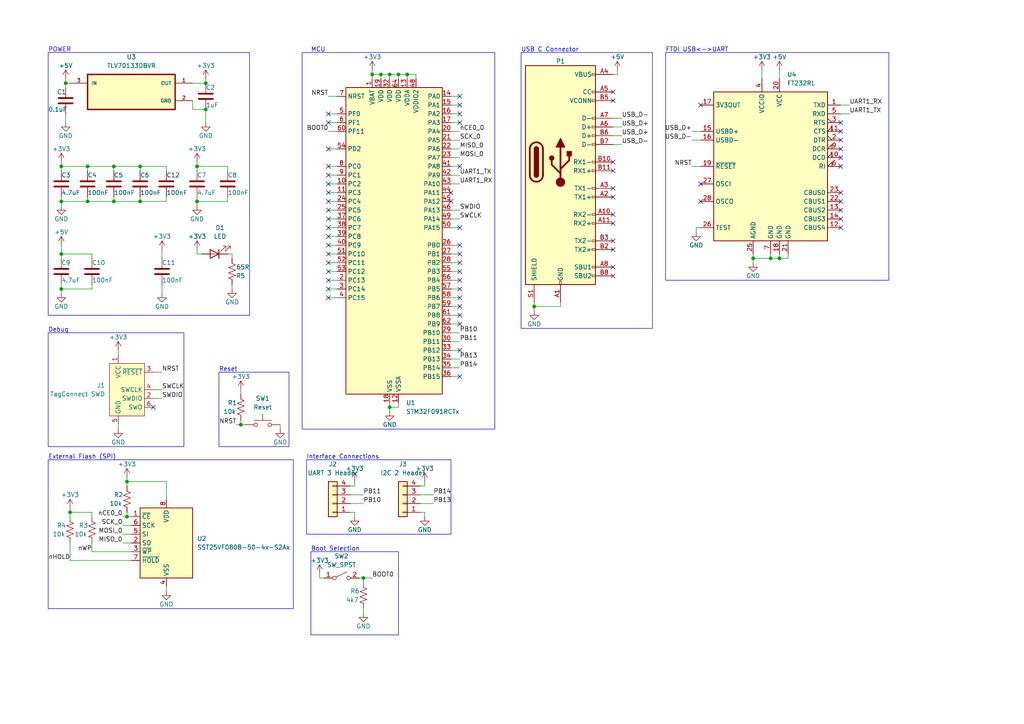
<source format=kicad_sch>
(kicad_sch (version 20230121) (generator eeschema)
  (paper "A4")
  (lib_symbols
    (symbol "Connector:Conn_ARM_SWD_TagConnect_TC2030" (in_bom no)
      (property "Reference" "J" (at 2.54 11.43 0))
      (property "Value" "Conn_ARM_SWD_TagConnect_TC2030" (at 5.08 8.89 0))
      (symbol "Conn_ARM_SWD_TagConnect_TC2030_0_0"
        (pin power_in line (at -2.54 10.16 270) (length 2.54) (name "VCC") (number "1"))
        (pin bidirectional line (at 7.62 -2.54 180) (length 2.54) (name "SWDIO") (number "2"))
        (pin open_collector line (at 7.62 5.08 180) (length 2.54) (name "~{RESET}") (number "3"))
        (pin output line (at 7.62 0 180) (length 2.54) (name "SWCLK") (number "4"))
        (pin power_in line (at -2.54 -10.16 90) (length 2.54) (name "GND") (number "5"))
        (pin input line (at 7.62 -5.08 180) (length 2.54) (name "SWO") (number "6"))
      )
      (symbol "Conn_ARM_SWD_TagConnect_TC2030_0_1"
        (rectangle (start -5.08 7.62) (end 5.08 -7.62) (fill (type background)))
      )
    )
    (symbol "Connector:USB_C_Plug" (pin_names (offset 1.016))
      (property "Reference" "P1" (at 0 29.21 0))
      (symbol "USB_C_Plug_0_0"
        (rectangle (start -0.254 -35.56) (end 0.254 -34.544))
        (rectangle (start 9.144 5.334) (end 10.16 4.826))
        (rectangle (start 9.144 10.414) (end 10.16 9.906))
        (rectangle (start 10.16 -32.766) (end 9.144 -33.274))
        (rectangle (start 10.16 -30.226) (end 9.144 -30.734))
        (rectangle (start 10.16 -25.146) (end 9.144 -25.654))
        (rectangle (start 10.16 -22.606) (end 9.144 -23.114))
        (rectangle (start 10.16 -17.526) (end 9.144 -18.034))
        (rectangle (start 10.16 -14.986) (end 9.144 -15.494))
        (rectangle (start 10.16 -9.906) (end 9.144 -10.414))
        (rectangle (start 10.16 -7.366) (end 9.144 -7.874))
        (rectangle (start 10.16 -2.286) (end 9.144 -2.794))
        (rectangle (start 10.16 0.254) (end 9.144 -0.254))
        (rectangle (start 10.16 7.874) (end 9.144 7.366))
        (rectangle (start 10.16 12.954) (end 9.144 12.446))
        (rectangle (start 10.16 18.034) (end 9.144 17.526))
        (rectangle (start 10.16 20.574) (end 9.144 20.066))
        (rectangle (start 10.16 25.654) (end 9.144 25.146))
      )
      (symbol "USB_C_Plug_0_1"
        (rectangle (start -10.16 27.94) (end 10.16 -35.56) (stroke (width 0.254)) (fill (type background)))
        (arc (start -8.89 -3.81) (mid -6.985 -5.7067) (end -5.08 -3.81) (stroke (width 0.508)))
        (arc (start -7.62 -3.81) (mid -6.985 -4.4423) (end -6.35 -3.81) (stroke (width 0.254)))
        (arc (start -7.62 -3.81) (mid -6.985 -4.4423) (end -6.35 -3.81) (stroke (width 0.254)) (fill (type outline)))
        (rectangle (start -7.62 -3.81) (end -6.35 3.81) (stroke (width 0.254)) (fill (type outline)))
        (arc (start -6.35 3.81) (mid -6.985 4.4423) (end -7.62 3.81) (stroke (width 0.254)))
        (arc (start -6.35 3.81) (mid -6.985 4.4423) (end -7.62 3.81) (stroke (width 0.254)) (fill (type outline)))
        (arc (start -5.08 3.81) (mid -6.985 5.7067) (end -8.89 3.81) (stroke (width 0.508)))
        (polyline (pts (xy -8.89 -3.81) (xy -8.89 3.81)) (stroke (width 0.508)))
        (polyline (pts (xy -5.08 3.81) (xy -5.08 -3.81)) (stroke (width 0.508)))
      )
      (symbol "USB_C_Plug_1_1"
        (circle (center -2.54 1.143) (radius 0.635) (stroke (width 0.254)) (fill (type outline)))
        (circle (center 0 -5.842) (radius 1.27) (fill (type outline)))
        (polyline (pts (xy 0 -5.842) (xy 0 4.318)) (stroke (width 0.508)))
        (polyline (pts (xy 0 -3.302) (xy -2.54 -0.762) (xy -2.54 0.508)) (stroke (width 0.508)))
        (polyline (pts (xy 0 -2.032) (xy 2.54 0.508) (xy 2.54 1.778)) (stroke (width 0.508)))
        (polyline (pts (xy -1.27 4.318) (xy 0 6.858) (xy 1.27 4.318) (xy -1.27 4.318)) (stroke (width 0.254)) (fill (type outline)))
        (rectangle (start 1.905 1.778) (end 3.175 3.048) (stroke (width 0.254)) (fill (type outline)))
        (pin passive line (at 0 -40.64 90) (length 5.08) (name "GND") (number "A1"))
        (pin bidirectional line (at 15.24 -15.24 180) (length 5.08) (name "RX2-") (number "A10"))
        (pin bidirectional line (at 15.24 -17.78 180) (length 5.08) (name "RX2+") (number "A11"))
        (pin passive line (at 0 -40.64 90) (length 5.08) hide (name "GND") (number "A12"))
        (pin bidirectional line (at 15.24 -10.16 180) (length 5.08) (name "TX1+") (number "A2"))
        (pin bidirectional line (at 15.24 -7.62 180) (length 5.08) (name "TX1-") (number "A3"))
        (pin output line (at 15.24 25.4 180) (length 5.08) (name "VBUS") (number "A4"))
        (pin bidirectional line (at 15.24 20.32 180) (length 5.08) (name "CC") (number "A5"))
        (pin bidirectional line (at 15.24 10.16 180) (length 5.08) (name "D+") (number "A6"))
        (pin bidirectional line (at 15.24 12.7 180) (length 5.08) (name "D-") (number "A7"))
        (pin bidirectional line (at 15.24 -30.48 180) (length 5.08) (name "SBU1") (number "A8"))
        (pin passive line (at 15.24 25.4 180) (length 5.08) hide (name "VBUS") (number "A9"))
        (pin passive line (at 0 -40.64 90) (length 5.08) hide (name "GND") (number "B1"))
        (pin bidirectional line (at 15.24 0 180) (length 5.08) (name "RX1-") (number "B10"))
        (pin bidirectional line (at 15.24 -2.54 180) (length 5.08) (name "RX1+") (number "B11"))
        (pin passive line (at 0 -40.64 90) (length 5.08) hide (name "GND") (number "B12"))
        (pin bidirectional line (at 15.24 -25.4 180) (length 5.08) (name "TX2+") (number "B2"))
        (pin bidirectional line (at 15.24 -22.86 180) (length 5.08) (name "TX2-") (number "B3"))
        (pin passive line (at 15.24 25.4 180) (length 5.08) hide (name "VBUS") (number "B4"))
        (pin bidirectional line (at 15.24 17.78 180) (length 5.08) (name "VCONN") (number "B5"))
        (pin bidirectional line (at 15.24 7.62 180) (length 5.08) (name "D+") (number "B6"))
        (pin bidirectional line (at 15.24 5.08 180) (length 5.08) (name "D-") (number "B7"))
        (pin bidirectional line (at 15.24 -33.02 180) (length 5.08) (name "SBU2") (number "B8"))
        (pin passive line (at 15.24 25.4 180) (length 5.08) hide (name "VBUS") (number "B9"))
        (pin passive line (at -7.62 -40.64 90) (length 5.08) (name "SHIELD") (number "S1"))
      )
    )
    (symbol "Connector_Generic:Conn_01x04" (pin_names (offset 1.016) hide)
      (property "Reference" "J" (at 0 5.08 0))
      (property "Value" "Conn_01x04" (at 0 -7.62 0))
      (symbol "Conn_01x04_1_1"
        (rectangle (start -1.27 -4.953) (end 0 -5.207) (stroke (width 0.1524)))
        (rectangle (start -1.27 -2.413) (end 0 -2.667) (stroke (width 0.1524)))
        (rectangle (start -1.27 0.127) (end 0 -0.127) (stroke (width 0.1524)))
        (rectangle (start -1.27 2.667) (end 0 2.413) (stroke (width 0.1524)))
        (rectangle (start -1.27 3.81) (end 1.27 -6.35) (stroke (width 0.254)) (fill (type background)))
        (pin passive line (at -5.08 2.54 0) (length 3.81) (name "Pin_1") (number "1"))
        (pin passive line (at -5.08 0 0) (length 3.81) (name "Pin_2") (number "2"))
        (pin passive line (at -5.08 -2.54 0) (length 3.81) (name "Pin_3") (number "3"))
        (pin passive line (at -5.08 -5.08 0) (length 3.81) (name "Pin_4") (number "4"))
      )
    )
    (symbol "Device:C" (pin_numbers hide) (pin_names (offset 0.254))
      (property "Reference" "C" (at 0.635 2.54 0))
      (property "Value" "C" (at 0.635 -2.54 0))
      (symbol "C_0_1"
        (polyline (pts (xy -2.032 -0.762) (xy 2.032 -0.762)) (stroke (width 0.508)))
        (polyline (pts (xy -2.032 0.762) (xy 2.032 0.762)) (stroke (width 0.508)))
      )
      (symbol "C_1_1"
        (pin passive line (at 0 3.81 270) (length 2.794) (name "~") (number "1"))
        (pin passive line (at 0 -3.81 90) (length 2.794) (name "~") (number "2"))
      )
    )
    (symbol "Device:LED" (pin_numbers hide) (pin_names (offset 1.016) hide)
      (property "Reference" "D" (at 0 2.54 0))
      (property "Value" "LED" (at 0 -2.54 0))
      (symbol "LED_0_1"
        (polyline (pts (xy -1.27 -1.27) (xy -1.27 1.27)) (stroke (width 0.254)))
        (polyline (pts (xy -1.27 0) (xy 1.27 0)))
        (polyline (pts (xy 1.27 -1.27) (xy 1.27 1.27) (xy -1.27 0) (xy 1.27 -1.27)) (stroke (width 0.254)))
        (polyline (pts (xy -3.048 -0.762) (xy -4.572 -2.286) (xy -3.81 -2.286) (xy -4.572 -2.286) (xy -4.572 -1.524)))
        (polyline (pts (xy -1.778 -0.762) (xy -3.302 -2.286) (xy -2.54 -2.286) (xy -3.302 -2.286) (xy -3.302 -1.524)))
      )
      (symbol "LED_1_1"
        (pin passive line (at -3.81 0 0) (length 2.54) (name "K") (number "1"))
        (pin passive line (at 3.81 0 180) (length 2.54) (name "A") (number "2"))
      )
    )
    (symbol "Device:R_US" (pin_numbers hide) (pin_names (offset 0))
      (property "Reference" "R" (at 2.54 0 90))
      (property "Value" "R_US" (at -2.54 0 90))
      (symbol "R_US_0_1"
        (polyline (pts (xy 0 -2.286) (xy 0 -2.54)))
        (polyline (pts (xy 0 2.286) (xy 0 2.54)))
        (polyline (pts (xy 0 -0.762) (xy 1.016 -1.143) (xy 0 -1.524) (xy -1.016 -1.905) (xy 0 -2.286)))
        (polyline (pts (xy 0 0.762) (xy 1.016 0.381) (xy 0 0) (xy -1.016 -0.381) (xy 0 -0.762)))
        (polyline (pts (xy 0 2.286) (xy 1.016 1.905) (xy 0 1.524) (xy -1.016 1.143) (xy 0 0.762)))
      )
      (symbol "R_US_1_1"
        (pin passive line (at 0 3.81 270) (length 1.27) (name "~") (number "1"))
        (pin passive line (at 0 -3.81 90) (length 1.27) (name "~") (number "2"))
      )
    )
    (symbol "Interface_USB:FT232RL"
      (property "Reference" "U" (at -16.51 22.86 0))
      (property "Value" "FT232RL" (at 10.16 22.86 0))
      (symbol "FT232RL_0_1"
        (rectangle (start -16.51 21.59) (end 16.51 -21.59) (stroke (width 0.254)) (fill (type background)))
      )
      (symbol "FT232RL_1_1"
        (pin output line (at 20.32 17.78 180) (length 3.81) (name "TXD") (number "1"))
        (pin input input_low (at 20.32 2.54 180) (length 3.81) (name "DCD") (number "10"))
        (pin input input_low (at 20.32 10.16 180) (length 3.81) (name "CTS") (number "11"))
        (pin bidirectional line (at 20.32 -17.78 180) (length 3.81) (name "CBUS4") (number "12"))
        (pin bidirectional line (at 20.32 -12.7 180) (length 3.81) (name "CBUS2") (number "13"))
        (pin bidirectional line (at 20.32 -15.24 180) (length 3.81) (name "CBUS3") (number "14"))
        (pin bidirectional line (at -20.32 10.16 0) (length 3.81) (name "USBD+") (number "15"))
        (pin bidirectional line (at -20.32 7.62 0) (length 3.81) (name "USBD-") (number "16"))
        (pin power_out line (at -20.32 17.78 0) (length 3.81) (name "3V3OUT") (number "17"))
        (pin power_in line (at 2.54 -25.4 90) (length 3.81) (name "GND") (number "18"))
        (pin input line (at -20.32 0 0) (length 3.81) (name "~{RESET}") (number "19"))
        (pin output output_low (at 20.32 7.62 180) (length 3.81) (name "DTR") (number "2"))
        (pin power_in line (at 2.54 25.4 270) (length 3.81) (name "VCC") (number "20"))
        (pin power_in line (at 5.08 -25.4 90) (length 3.81) (name "GND") (number "21"))
        (pin bidirectional line (at 20.32 -10.16 180) (length 3.81) (name "CBUS1") (number "22"))
        (pin bidirectional line (at 20.32 -7.62 180) (length 3.81) (name "CBUS0") (number "23"))
        (pin power_in line (at -5.08 -25.4 90) (length 3.81) (name "AGND") (number "25"))
        (pin input line (at -20.32 -17.78 0) (length 3.81) (name "TEST") (number "26"))
        (pin input line (at -20.32 -5.08 0) (length 3.81) (name "OSCI") (number "27"))
        (pin output line (at -20.32 -10.16 0) (length 3.81) (name "OSCO") (number "28"))
        (pin output output_low (at 20.32 12.7 180) (length 3.81) (name "RTS") (number "3"))
        (pin power_in line (at -2.54 25.4 270) (length 3.81) (name "VCCIO") (number "4"))
        (pin input line (at 20.32 15.24 180) (length 3.81) (name "RXD") (number "5"))
        (pin input input_low (at 20.32 0 180) (length 3.81) (name "RI") (number "6"))
        (pin power_in line (at 0 -25.4 90) (length 3.81) (name "GND") (number "7"))
        (pin input input_low (at 20.32 5.08 180) (length 3.81) (name "DCR") (number "9"))
      )
    )
    (symbol "MCU_ST_STM32F0:STM32F091RCTx"
      (property "Reference" "U" (at -12.7 46.99 0))
      (property "Value" "STM32F091RCTx" (at 10.16 46.99 0))
      (symbol "STM32F091RCTx_0_1"
        (rectangle (start -12.7 -43.18) (end 15.24 45.72) (stroke (width 0.254)) (fill (type background)))
      )
      (symbol "STM32F091RCTx_1_1"
        (pin power_in line (at -5.08 48.26 270) (length 2.54) (name "VBAT") (number "1"))
        (pin bidirectional line (at -15.24 17.78 0) (length 2.54) (name "PC2") (number "10"))
        (pin bidirectional line (at -15.24 15.24 0) (length 2.54) (name "PC3") (number "11"))
        (pin power_in line (at 2.54 -45.72 90) (length 2.54) (name "VSSA") (number "12"))
        (pin power_in line (at 5.08 48.26 270) (length 2.54) (name "VDDA") (number "13"))
        (pin bidirectional line (at 17.78 43.18 180) (length 2.54) (name "PA0") (number "14"))
        (pin bidirectional line (at 17.78 40.64 180) (length 2.54) (name "PA1") (number "15"))
        (pin bidirectional line (at 17.78 38.1 180) (length 2.54) (name "PA2") (number "16"))
        (pin bidirectional line (at 17.78 35.56 180) (length 2.54) (name "PA3") (number "17"))
        (pin power_in line (at 0 -45.72 90) (length 2.54) (name "VSS") (number "18"))
        (pin power_in line (at -2.54 48.26 270) (length 2.54) (name "VDD") (number "19"))
        (pin bidirectional line (at -15.24 -10.16 0) (length 2.54) (name "PC13") (number "2"))
        (pin bidirectional line (at 17.78 33.02 180) (length 2.54) (name "PA4") (number "20"))
        (pin bidirectional line (at 17.78 30.48 180) (length 2.54) (name "PA5") (number "21"))
        (pin bidirectional line (at 17.78 27.94 180) (length 2.54) (name "PA6") (number "22"))
        (pin bidirectional line (at 17.78 25.4 180) (length 2.54) (name "PA7") (number "23"))
        (pin bidirectional line (at -15.24 12.7 0) (length 2.54) (name "PC4") (number "24"))
        (pin bidirectional line (at -15.24 10.16 0) (length 2.54) (name "PC5") (number "25"))
        (pin bidirectional line (at 17.78 0 180) (length 2.54) (name "PB0") (number "26"))
        (pin bidirectional line (at 17.78 -2.54 180) (length 2.54) (name "PB1") (number "27"))
        (pin bidirectional line (at 17.78 -5.08 180) (length 2.54) (name "PB2") (number "28"))
        (pin bidirectional line (at 17.78 -25.4 180) (length 2.54) (name "PB10") (number "29"))
        (pin bidirectional line (at -15.24 -12.7 0) (length 2.54) (name "PC14") (number "3"))
        (pin bidirectional line (at 17.78 -27.94 180) (length 2.54) (name "PB11") (number "30"))
        (pin passive line (at 0 -45.72 90) (length 2.54) hide (name "VSS") (number "31"))
        (pin power_in line (at 0 48.26 270) (length 2.54) (name "VDD") (number "32"))
        (pin bidirectional line (at 17.78 -30.48 180) (length 2.54) (name "PB12") (number "33"))
        (pin bidirectional line (at 17.78 -33.02 180) (length 2.54) (name "PB13") (number "34"))
        (pin bidirectional line (at 17.78 -35.56 180) (length 2.54) (name "PB14") (number "35"))
        (pin bidirectional line (at 17.78 -38.1 180) (length 2.54) (name "PB15") (number "36"))
        (pin bidirectional line (at -15.24 7.62 0) (length 2.54) (name "PC6") (number "37"))
        (pin bidirectional line (at -15.24 5.08 0) (length 2.54) (name "PC7") (number "38"))
        (pin bidirectional line (at -15.24 2.54 0) (length 2.54) (name "PC8") (number "39"))
        (pin bidirectional line (at -15.24 -15.24 0) (length 2.54) (name "PC15") (number "4"))
        (pin bidirectional line (at -15.24 0 0) (length 2.54) (name "PC9") (number "40"))
        (pin bidirectional line (at 17.78 22.86 180) (length 2.54) (name "PA8") (number "41"))
        (pin bidirectional line (at 17.78 20.32 180) (length 2.54) (name "PA9") (number "42"))
        (pin bidirectional line (at 17.78 17.78 180) (length 2.54) (name "PA10") (number "43"))
        (pin bidirectional line (at 17.78 15.24 180) (length 2.54) (name "PA11") (number "44"))
        (pin bidirectional line (at 17.78 12.7 180) (length 2.54) (name "PA12") (number "45"))
        (pin bidirectional line (at 17.78 10.16 180) (length 2.54) (name "PA13") (number "46"))
        (pin passive line (at 0 -45.72 90) (length 2.54) hide (name "VSS") (number "47"))
        (pin power_in line (at 7.62 48.26 270) (length 2.54) (name "VDDIO2") (number "48"))
        (pin bidirectional line (at 17.78 7.62 180) (length 2.54) (name "PA14") (number "49"))
        (pin bidirectional line (at -15.24 38.1 0) (length 2.54) (name "PF0") (number "5"))
        (pin bidirectional line (at 17.78 5.08 180) (length 2.54) (name "PA15") (number "50"))
        (pin bidirectional line (at -15.24 -2.54 0) (length 2.54) (name "PC10") (number "51"))
        (pin bidirectional line (at -15.24 -5.08 0) (length 2.54) (name "PC11") (number "52"))
        (pin bidirectional line (at -15.24 -7.62 0) (length 2.54) (name "PC12") (number "53"))
        (pin bidirectional line (at -15.24 27.94 0) (length 2.54) (name "PD2") (number "54"))
        (pin bidirectional line (at 17.78 -7.62 180) (length 2.54) (name "PB3") (number "55"))
        (pin bidirectional line (at 17.78 -10.16 180) (length 2.54) (name "PB4") (number "56"))
        (pin bidirectional line (at 17.78 -12.7 180) (length 2.54) (name "PB5") (number "57"))
        (pin bidirectional line (at 17.78 -15.24 180) (length 2.54) (name "PB6") (number "58"))
        (pin bidirectional line (at 17.78 -17.78 180) (length 2.54) (name "PB7") (number "59"))
        (pin bidirectional line (at -15.24 35.56 0) (length 2.54) (name "PF1") (number "6"))
        (pin bidirectional line (at -15.24 33.02 0) (length 2.54) (name "PF11") (number "60"))
        (pin bidirectional line (at 17.78 -20.32 180) (length 2.54) (name "PB8") (number "61"))
        (pin bidirectional line (at 17.78 -22.86 180) (length 2.54) (name "PB9") (number "62"))
        (pin passive line (at 0 -45.72 90) (length 2.54) hide (name "VSS") (number "63"))
        (pin power_in line (at 2.54 48.26 270) (length 2.54) (name "VDD") (number "64"))
        (pin input line (at -15.24 43.18 0) (length 2.54) (name "NRST") (number "7"))
        (pin bidirectional line (at -15.24 22.86 0) (length 2.54) (name "PC0") (number "8"))
        (pin bidirectional line (at -15.24 20.32 0) (length 2.54) (name "PC1") (number "9"))
      )
    )
    (symbol "Memory_Flash:SST25VF080B-50-4x-S2Ax"
      (property "Reference" "U" (at -6.35 11.43 0))
      (property "Value" "SST25VF080B-50-4x-S2Ax" (at 13.97 11.43 0))
      (symbol "SST25VF080B-50-4x-S2Ax_0_1"
        (rectangle (start -7.62 10.16) (end 7.62 -10.16) (stroke (width 0.254)) (fill (type background)))
      )
      (symbol "SST25VF080B-50-4x-S2Ax_1_1"
        (pin input line (at -10.16 7.62 0) (length 2.54) (name "~{CE}") (number "1"))
        (pin output line (at -10.16 0 0) (length 2.54) (name "SO") (number "2"))
        (pin input line (at -10.16 -2.54 0) (length 2.54) (name "~{WP}") (number "3"))
        (pin power_in line (at 0 -12.7 90) (length 2.54) (name "VSS") (number "4"))
        (pin input line (at -10.16 2.54 0) (length 2.54) (name "SI") (number "5"))
        (pin input line (at -10.16 5.08 0) (length 2.54) (name "SCK") (number "6"))
        (pin input line (at -10.16 -5.08 0) (length 2.54) (name "~{HOLD}") (number "7"))
        (pin power_in line (at 0 12.7 270) (length 2.54) (name "VDD") (number "8"))
      )
    )
    (symbol "STDevBoard:TLV70133DBVR" (pin_names (offset 1.016))
      (property "Reference" "U" (at -12.7 6.08 0))
      (property "Value" "TLV70133DBVR" (at -12.7 -9.08 0))
      (symbol "TLV70133DBVR_0_0"
        (rectangle (start -12.7 5.08) (end 12.7 -5.08) (stroke (width 0.41)) (fill (type background)))
        (pin output line (at 17.78 2.54 180) (length 5.08) (name "OUT") (number "1"))
        (pin power_in line (at 17.78 -2.54 180) (length 5.08) (name "GND") (number "2"))
        (pin input line (at -17.78 2.54 0) (length 5.08) (name "IN") (number "3"))
      )
    )
    (symbol "Switch:SW_Push" (pin_numbers hide) (pin_names (offset 1.016) hide)
      (property "Reference" "SW" (at 1.27 2.54 0))
      (property "Value" "SW_Push" (at 0 -1.524 0))
      (symbol "SW_Push_0_1"
        (circle (center -2.032 0) (radius 0.508))
        (polyline (pts (xy 0 1.27) (xy 0 3.048)))
        (polyline (pts (xy 2.54 1.27) (xy -2.54 1.27)))
        (circle (center 2.032 0) (radius 0.508))
        (pin passive line (at -5.08 0 0) (length 2.54) (name "1") (number "1"))
        (pin passive line (at 5.08 0 180) (length 2.54) (name "2") (number "2"))
      )
    )
    (symbol "Switch:SW_SPST" (pin_names (offset 0) hide)
      (property "Reference" "SW" (at 0 3.175 0))
      (property "Value" "SW_SPST" (at 0 -2.54 0))
      (symbol "SW_SPST_0_0"
        (circle (center -2.032 0) (radius 0.508))
        (polyline (pts (xy -1.524 0.254) (xy 1.524 1.778)))
        (circle (center 2.032 0) (radius 0.508))
      )
      (symbol "SW_SPST_1_1"
        (pin passive line (at -5.08 0 0) (length 2.54) (name "A") (number "1"))
        (pin passive line (at 5.08 0 180) (length 2.54) (name "B") (number "2"))
      )
    )
    (symbol "power:+3V3" (power) (pin_names (offset 0))
      (property "Value" "+3V3" (at 0 3.556 0))
      (symbol "+3V3_0_1"
        (polyline (pts (xy -0.762 1.27) (xy 0 2.54)))
        (polyline (pts (xy 0 0) (xy 0 2.54)))
        (polyline (pts (xy 0 2.54) (xy 0.762 1.27)))
      )
      (symbol "+3V3_1_1"
        (pin power_in line (at 0 0 90) (length 0) hide (name "+3V3") (number "1"))
      )
    )
    (symbol "power:+5V" (power) (pin_names (offset 0))
      (property "Value" "+5V" (at 0 3.556 0))
      (symbol "+5V_0_1"
        (polyline (pts (xy -0.762 1.27) (xy 0 2.54)))
        (polyline (pts (xy 0 0) (xy 0 2.54)))
        (polyline (pts (xy 0 2.54) (xy 0.762 1.27)))
      )
      (symbol "+5V_1_1"
        (pin power_in line (at 0 0 90) (length 0) hide (name "+5V") (number "1"))
      )
    )
    (symbol "power:GND" (power) (pin_names (offset 0))
      (property "Value" "GND" (at 0 -3.81 0))
      (symbol "GND_0_1"
        (polyline (pts (xy 0 0) (xy 0 -1.27) (xy 1.27 -1.27) (xy 0 -2.54) (xy -1.27 -1.27) (xy 0 -1.27)))
      )
      (symbol "GND_1_1"
        (pin power_in line (at 0 0 270) (length 0) hide (name "GND") (number "1"))
      )
    )
  )
  (junction (at 113.03 21.59))
  (junction (at 223.52 74.93))
  (junction (at 105.41 167.64))
  (junction (at 226.06 74.93))
  (junction (at 36.83 149.86))
  (junction (at 110.49 21.59))
  (junction (at 17.78 83.82))
  (junction (at 69.85 123.19))
  (junction (at 25.4 48.26))
  (junction (at 59.69 31.75))
  (junction (at 17.78 58.42))
  (junction (at 113.03 118.11))
  (junction (at 17.78 73.66))
  (junction (at 20.32 148.59))
  (junction (at 33.02 58.42))
  (junction (at 40.64 58.42))
  (junction (at 57.15 58.42))
  (junction (at 218.44 74.93))
  (junction (at 17.78 48.26))
  (junction (at 40.64 48.26))
  (junction (at 25.4 58.42))
  (junction (at 59.69 24.13))
  (junction (at 57.15 48.26))
  (junction (at 107.95 21.59))
  (junction (at 118.11 21.59))
  (junction (at 19.05 24.13))
  (junction (at 36.83 139.7))
  (junction (at 33.02 48.26))
  (junction (at 154.94 88.9))
  (junction (at 115.57 21.59))
  (no_connect (at 95.25 50.8))
  (no_connect (at 243.84 45.72))
  (no_connect (at 243.84 35.56))
  (no_connect (at 133.35 27.94))
  (no_connect (at 95.25 35.56))
  (no_connect (at 177.8 54.61))
  (no_connect (at 133.35 91.44))
  (no_connect (at 95.25 76.2))
  (no_connect (at 133.35 66.04))
  (no_connect (at 243.84 60.96))
  (no_connect (at 133.35 76.2))
  (no_connect (at 130.81 58.42))
  (no_connect (at 95.25 81.28))
  (no_connect (at 133.35 35.56))
  (no_connect (at 95.25 83.82))
  (no_connect (at 243.84 66.04))
  (no_connect (at 203.2 30.48))
  (no_connect (at 95.25 53.34))
  (no_connect (at 95.25 33.02))
  (no_connect (at 44.45 118.11))
  (no_connect (at 177.8 46.99))
  (no_connect (at 243.84 43.18))
  (no_connect (at 133.35 30.48))
  (no_connect (at 133.35 88.9))
  (no_connect (at 95.25 48.26))
  (no_connect (at 243.84 48.26))
  (no_connect (at 133.35 83.82))
  (no_connect (at 177.8 26.67))
  (no_connect (at 177.8 69.85))
  (no_connect (at 95.25 73.66))
  (no_connect (at 203.2 58.42))
  (no_connect (at 95.25 43.18))
  (no_connect (at 177.8 49.53))
  (no_connect (at 133.35 73.66))
  (no_connect (at 133.35 78.74))
  (no_connect (at 95.25 66.04))
  (no_connect (at 243.84 58.42))
  (no_connect (at 133.35 71.12))
  (no_connect (at 95.25 78.74))
  (no_connect (at 133.35 86.36))
  (no_connect (at 177.8 57.15))
  (no_connect (at 203.2 53.34))
  (no_connect (at 133.35 93.98))
  (no_connect (at 130.81 55.88))
  (no_connect (at 177.8 64.77))
  (no_connect (at 177.8 80.01))
  (no_connect (at 243.84 40.64))
  (no_connect (at 133.35 33.02))
  (no_connect (at 243.84 38.1))
  (no_connect (at 177.8 62.23))
  (no_connect (at 95.25 71.12))
  (no_connect (at 95.25 60.96))
  (no_connect (at 95.25 68.58))
  (no_connect (at 133.35 48.26))
  (no_connect (at 95.25 86.36))
  (no_connect (at 95.25 63.5))
  (no_connect (at 133.35 101.6))
  (no_connect (at 133.35 109.22))
  (no_connect (at 133.35 81.28))
  (no_connect (at 243.84 55.88))
  (no_connect (at 177.8 72.39))
  (no_connect (at 243.84 63.5))
  (no_connect (at 95.25 55.88))
  (no_connect (at 177.8 29.21))
  (no_connect (at 177.8 77.47))
  (no_connect (at 95.25 58.42))
  (wire (pts (xy 95.25 83.82) (xy 97.79 83.82)))
  (wire (pts (xy 57.15 72.39) (xy 57.15 73.66)))
  (wire (pts (xy 48.26 58.42) (xy 40.64 58.42)))
  (wire (pts (xy 17.78 48.26) (xy 17.78 49.53)))
  (wire (pts (xy 95.25 50.8) (xy 97.79 50.8)))
  (wire (pts (xy 130.81 96.52) (xy 133.35 96.52)))
  (wire (pts (xy 226.06 74.93) (xy 228.6 74.93)))
  (wire (pts (xy 130.81 83.82) (xy 133.35 83.82)))
  (wire (pts (xy 223.52 73.66) (xy 223.52 74.93)))
  (wire (pts (xy 35.56 157.48) (xy 38.1 157.48)))
  (wire (pts (xy 95.25 86.36) (xy 97.79 86.36)))
  (wire (pts (xy 17.78 71.12) (xy 17.78 73.66)))
  (wire (pts (xy 95.25 66.04) (xy 97.79 66.04)))
  (wire (pts (xy 130.81 30.48) (xy 133.35 30.48)))
  (wire (pts (xy 68.58 123.19) (xy 69.85 123.19)))
  (wire (pts (xy 243.84 33.02) (xy 246.38 33.02)))
  (wire (pts (xy 130.81 99.06) (xy 133.35 99.06)))
  (wire (pts (xy 95.25 27.94) (xy 97.79 27.94)))
  (wire (pts (xy 118.11 21.59) (xy 120.65 21.59)))
  (wire (pts (xy 66.04 73.66) (xy 67.31 73.66)))
  (wire (pts (xy 130.81 91.44) (xy 133.35 91.44)))
  (wire (pts (xy 107.95 21.59) (xy 110.49 21.59)))
  (wire (pts (xy 115.57 118.11) (xy 113.03 118.11)))
  (wire (pts (xy 20.32 24.13) (xy 19.05 24.13)))
  (wire (pts (xy 67.31 82.55) (xy 67.31 83.82)))
  (wire (pts (xy 36.83 139.7) (xy 48.26 139.7)))
  (wire (pts (xy 92.71 166.37) (xy 92.71 167.64)))
  (wire (pts (xy 177.8 36.83) (xy 180.34 36.83)))
  (wire (pts (xy 95.25 53.34) (xy 97.79 53.34)))
  (wire (pts (xy 130.81 106.68) (xy 133.35 106.68)))
  (wire (pts (xy 55.88 24.13) (xy 59.69 24.13)))
  (wire (pts (xy 34.29 101.6) (xy 34.29 102.87)))
  (wire (pts (xy 107.95 21.59) (xy 107.95 22.86)))
  (wire (pts (xy 120.65 21.59) (xy 120.65 22.86)))
  (wire (pts (xy 218.44 73.66) (xy 218.44 74.93)))
  (wire (pts (xy 40.64 58.42) (xy 33.02 58.42)))
  (wire (pts (xy 130.81 76.2) (xy 133.35 76.2)))
  (wire (pts (xy 123.19 140.97) (xy 121.92 140.97)))
  (wire (pts (xy 201.93 66.04) (xy 201.93 67.31)))
  (wire (pts (xy 220.98 20.32) (xy 220.98 22.86)))
  (wire (pts (xy 35.56 154.94) (xy 38.1 154.94)))
  (wire (pts (xy 26.67 74.93) (xy 26.67 73.66)))
  (wire (pts (xy 110.49 21.59) (xy 113.03 21.59)))
  (wire (pts (xy 59.69 22.86) (xy 59.69 24.13)))
  (wire (pts (xy 20.32 148.59) (xy 26.67 148.59)))
  (wire (pts (xy 130.81 78.74) (xy 133.35 78.74)))
  (wire (pts (xy 92.71 167.64) (xy 93.98 167.64)))
  (wire (pts (xy 102.87 148.59) (xy 101.6 148.59)))
  (wire (pts (xy 130.81 104.14) (xy 133.35 104.14)))
  (wire (pts (xy 113.03 21.59) (xy 115.57 21.59)))
  (wire (pts (xy 179.07 20.32) (xy 179.07 21.59)))
  (wire (pts (xy 25.4 49.53) (xy 25.4 48.26)))
  (wire (pts (xy 33.02 58.42) (xy 33.02 57.15)))
  (wire (pts (xy 223.52 74.93) (xy 226.06 74.93)))
  (wire (pts (xy 226.06 20.32) (xy 226.06 22.86)))
  (wire (pts (xy 36.83 149.86) (xy 36.83 148.59)))
  (wire (pts (xy 19.05 22.86) (xy 19.05 24.13)))
  (wire (pts (xy 20.32 162.56) (xy 20.32 157.48)))
  (wire (pts (xy 48.26 170.18) (xy 48.26 171.45)))
  (wire (pts (xy 95.25 43.18) (xy 97.79 43.18)))
  (wire (pts (xy 69.85 113.03) (xy 69.85 114.3)))
  (wire (pts (xy 130.81 66.04) (xy 133.35 66.04)))
  (wire (pts (xy 123.19 149.86) (xy 123.19 148.59)))
  (wire (pts (xy 17.78 48.26) (xy 25.4 48.26)))
  (wire (pts (xy 200.66 48.26) (xy 203.2 48.26)))
  (wire (pts (xy 38.1 149.86) (xy 36.83 149.86)))
  (wire (pts (xy 113.03 116.84) (xy 113.03 118.11)))
  (wire (pts (xy 130.81 101.6) (xy 133.35 101.6)))
  (wire (pts (xy 228.6 73.66) (xy 228.6 74.93)))
  (wire (pts (xy 95.25 78.74) (xy 97.79 78.74)))
  (wire (pts (xy 130.81 53.34) (xy 133.35 53.34)))
  (wire (pts (xy 33.02 48.26) (xy 33.02 49.53)))
  (wire (pts (xy 113.03 22.86) (xy 113.03 21.59)))
  (wire (pts (xy 44.45 115.57) (xy 46.99 115.57)))
  (wire (pts (xy 17.78 58.42) (xy 25.4 58.42)))
  (wire (pts (xy 162.56 88.9) (xy 162.56 87.63)))
  (wire (pts (xy 57.15 46.99) (xy 57.15 48.26)))
  (wire (pts (xy 66.04 49.53) (xy 66.04 48.26)))
  (wire (pts (xy 130.81 81.28) (xy 133.35 81.28)))
  (wire (pts (xy 123.19 139.7) (xy 123.19 140.97)))
  (wire (pts (xy 95.25 60.96) (xy 97.79 60.96)))
  (wire (pts (xy 26.67 148.59) (xy 26.67 149.86)))
  (wire (pts (xy 123.19 148.59) (xy 121.92 148.59)))
  (wire (pts (xy 17.78 73.66) (xy 17.78 74.93)))
  (wire (pts (xy 226.06 73.66) (xy 226.06 74.93)))
  (wire (pts (xy 130.81 63.5) (xy 133.35 63.5)))
  (wire (pts (xy 130.81 71.12) (xy 133.35 71.12)))
  (wire (pts (xy 95.25 81.28) (xy 97.79 81.28)))
  (wire (pts (xy 67.31 73.66) (xy 67.31 74.93)))
  (wire (pts (xy 20.32 149.86) (xy 20.32 148.59)))
  (wire (pts (xy 102.87 139.7) (xy 102.87 140.97)))
  (wire (pts (xy 107.95 20.32) (xy 107.95 21.59)))
  (wire (pts (xy 130.81 48.26) (xy 133.35 48.26)))
  (wire (pts (xy 130.81 27.94) (xy 133.35 27.94)))
  (wire (pts (xy 38.1 162.56) (xy 20.32 162.56)))
  (wire (pts (xy 26.67 73.66) (xy 17.78 73.66)))
  (wire (pts (xy 95.25 38.1) (xy 97.79 38.1)))
  (wire (pts (xy 69.85 123.19) (xy 71.12 123.19)))
  (wire (pts (xy 95.25 35.56) (xy 97.79 35.56)))
  (wire (pts (xy 130.81 88.9) (xy 133.35 88.9)))
  (wire (pts (xy 154.94 88.9) (xy 162.56 88.9)))
  (wire (pts (xy 95.25 73.66) (xy 97.79 73.66)))
  (wire (pts (xy 44.45 107.95) (xy 46.99 107.95)))
  (wire (pts (xy 200.66 38.1) (xy 203.2 38.1)))
  (wire (pts (xy 102.87 140.97) (xy 101.6 140.97)))
  (wire (pts (xy 95.25 71.12) (xy 97.79 71.12)))
  (wire (pts (xy 95.25 55.88) (xy 97.79 55.88)))
  (wire (pts (xy 35.56 149.86) (xy 36.83 149.86)))
  (wire (pts (xy 130.81 86.36) (xy 133.35 86.36)))
  (wire (pts (xy 46.99 72.39) (xy 46.99 74.93)))
  (wire (pts (xy 104.14 167.64) (xy 105.41 167.64)))
  (wire (pts (xy 203.2 66.04) (xy 201.93 66.04)))
  (wire (pts (xy 101.6 146.05) (xy 105.41 146.05)))
  (wire (pts (xy 34.29 123.19) (xy 34.29 124.46)))
  (wire (pts (xy 118.11 21.59) (xy 115.57 21.59)))
  (wire (pts (xy 57.15 58.42) (xy 57.15 59.69)))
  (wire (pts (xy 69.85 121.92) (xy 69.85 123.19)))
  (wire (pts (xy 110.49 22.86) (xy 110.49 21.59)))
  (wire (pts (xy 19.05 33.02) (xy 19.05 35.56)))
  (wire (pts (xy 101.6 143.51) (xy 105.41 143.51)))
  (wire (pts (xy 177.8 41.91) (xy 180.34 41.91)))
  (wire (pts (xy 66.04 58.42) (xy 66.04 57.15)))
  (wire (pts (xy 130.81 93.98) (xy 133.35 93.98)))
  (wire (pts (xy 95.25 63.5) (xy 97.79 63.5)))
  (wire (pts (xy 57.15 58.42) (xy 66.04 58.42)))
  (wire (pts (xy 19.05 24.13) (xy 19.05 25.4)))
  (wire (pts (xy 243.84 30.48) (xy 246.38 30.48)))
  (wire (pts (xy 17.78 83.82) (xy 26.67 83.82)))
  (wire (pts (xy 57.15 57.15) (xy 57.15 58.42)))
  (wire (pts (xy 154.94 88.9) (xy 154.94 90.17)))
  (wire (pts (xy 218.44 74.93) (xy 223.52 74.93)))
  (wire (pts (xy 130.81 38.1) (xy 133.35 38.1)))
  (wire (pts (xy 35.56 152.4) (xy 38.1 152.4)))
  (wire (pts (xy 115.57 116.84) (xy 115.57 118.11)))
  (wire (pts (xy 121.92 143.51) (xy 125.73 143.51)))
  (wire (pts (xy 95.25 33.02) (xy 97.79 33.02)))
  (wire (pts (xy 130.81 60.96) (xy 133.35 60.96)))
  (wire (pts (xy 105.41 167.64) (xy 105.41 168.91)))
  (wire (pts (xy 25.4 48.26) (xy 33.02 48.26)))
  (wire (pts (xy 48.26 139.7) (xy 48.26 144.78)))
  (wire (pts (xy 102.87 149.86) (xy 102.87 148.59)))
  (wire (pts (xy 46.99 82.55) (xy 46.99 85.09)))
  (wire (pts (xy 17.78 57.15) (xy 17.78 58.42)))
  (wire (pts (xy 36.83 138.43) (xy 36.83 139.7)))
  (wire (pts (xy 218.44 74.93) (xy 218.44 76.2)))
  (wire (pts (xy 44.45 113.03) (xy 46.99 113.03)))
  (wire (pts (xy 55.88 31.75) (xy 59.69 31.75)))
  (wire (pts (xy 130.81 35.56) (xy 133.35 35.56)))
  (wire (pts (xy 17.78 46.99) (xy 17.78 48.26)))
  (wire (pts (xy 40.64 48.26) (xy 48.26 48.26)))
  (wire (pts (xy 115.57 21.59) (xy 115.57 22.86)))
  (wire (pts (xy 40.64 58.42) (xy 40.64 57.15)))
  (wire (pts (xy 66.04 48.26) (xy 57.15 48.26)))
  (wire (pts (xy 130.81 109.22) (xy 133.35 109.22)))
  (wire (pts (xy 48.26 57.15) (xy 48.26 58.42)))
  (wire (pts (xy 48.26 48.26) (xy 48.26 49.53)))
  (wire (pts (xy 55.88 29.21) (xy 55.88 31.75)))
  (wire (pts (xy 130.81 43.18) (xy 133.35 43.18)))
  (wire (pts (xy 17.78 82.55) (xy 17.78 83.82)))
  (wire (pts (xy 113.03 118.11) (xy 113.03 119.38)))
  (wire (pts (xy 57.15 73.66) (xy 58.42 73.66)))
  (wire (pts (xy 81.28 123.19) (xy 81.28 124.46)))
  (wire (pts (xy 177.8 39.37) (xy 180.34 39.37)))
  (wire (pts (xy 200.66 40.64) (xy 203.2 40.64)))
  (wire (pts (xy 105.41 176.53) (xy 105.41 177.8)))
  (wire (pts (xy 26.67 160.02) (xy 26.67 157.48)))
  (wire (pts (xy 154.94 87.63) (xy 154.94 88.9)))
  (wire (pts (xy 179.07 21.59) (xy 177.8 21.59)))
  (wire (pts (xy 40.64 48.26) (xy 40.64 49.53)))
  (wire (pts (xy 130.81 50.8) (xy 133.35 50.8)))
  (wire (pts (xy 95.25 48.26) (xy 97.79 48.26)))
  (wire (pts (xy 177.8 34.29) (xy 180.34 34.29)))
  (wire (pts (xy 95.25 76.2) (xy 97.79 76.2)))
  (wire (pts (xy 33.02 48.26) (xy 40.64 48.26)))
  (wire (pts (xy 118.11 22.86) (xy 118.11 21.59)))
  (wire (pts (xy 121.92 146.05) (xy 125.73 146.05)))
  (wire (pts (xy 130.81 73.66) (xy 133.35 73.66)))
  (wire (pts (xy 38.1 160.02) (xy 26.67 160.02)))
  (wire (pts (xy 130.81 40.64) (xy 133.35 40.64)))
  (wire (pts (xy 130.81 45.72) (xy 133.35 45.72)))
  (wire (pts (xy 59.69 31.75) (xy 59.69 35.56)))
  (wire (pts (xy 95.25 68.58) (xy 97.79 68.58)))
  (wire (pts (xy 57.15 48.26) (xy 57.15 49.53)))
  (wire (pts (xy 130.81 33.02) (xy 133.35 33.02)))
  (wire (pts (xy 17.78 83.82) (xy 17.78 85.09)))
  (wire (pts (xy 25.4 58.42) (xy 25.4 57.15)))
  (wire (pts (xy 17.78 58.42) (xy 17.78 59.69)))
  (wire (pts (xy 33.02 58.42) (xy 25.4 58.42)))
  (wire (pts (xy 95.25 58.42) (xy 97.79 58.42)))
  (wire (pts (xy 26.67 83.82) (xy 26.67 82.55)))
  (wire (pts (xy 36.83 140.97) (xy 36.83 139.7)))
  (wire (pts (xy 20.32 147.32) (xy 20.32 148.59)))
  (wire (pts (xy 105.41 167.64) (xy 107.95 167.64)))
  (rectangle (start 151.13 15.24) (end 189.23 95.25))
  (rectangle (start 87.63 15.24) (end 143.51 124.46))
  (rectangle (start 193.04 15.24) (end 257.81 81.28))
  (rectangle (start 90.17 160.02) (end 115.57 184.15))
  (rectangle (start 13.97 133.35) (end 85.09 176.53))
  (rectangle (start 13.97 15.24) (end 72.39 91.44))
  (rectangle (start 88.9 133.35) (end 130.81 154.94))
  (rectangle (start 63.5 107.95) (end 83.82 129.54))
  (rectangle (start 13.97 96.52) (end 53.34 129.54))
  (text "Boot Selection" (at 90.17 160.02 0) (effects (font (size 1.27 1.27)) (justify left bottom)))
  (text "Interface Connections" (at 88.9 133.35 0) (effects (font (size 1.27 1.27)) (justify left bottom)))
  (text "Reset" (at 63.5 107.95 0) (effects (font (size 1.27 1.27)) (justify left bottom)))
  (text "MCU" (at 90.17 15.24 0) (effects (font (size 1.27 1.27)) (justify left bottom)))
  (text "External Flash (SPI)" (at 13.97 133.35 0) (effects (font (size 1.27 1.27)) (justify left bottom)))
  (text "Debug" (at 13.97 96.52 0) (effects (font (size 1.27 1.27)) (justify left bottom)))
  (text "FTDI USB<->UART" (at 193.04 15.24 0) (effects (font (size 1.27 1.27)) (justify left bottom)))
  (text "USB C Connector" (at 151.13 15.24 0) (effects (font (size 1.27 1.27)) (justify left bottom)))
  (text "POWER" (at 13.97 15.24 0) (effects (font (size 1.27 1.27)) (justify left bottom)))
  (label "PB11" (at 133.35 99.06 0))
  (label "nWP" (at 26.67 160.02 180))
  (label "MISO_0" (at 35.56 157.48 180))
  (label "USB_D+" (at 180.34 39.37 0))
  (label "PB13" (at 133.35 104.14 0))
  (label "PB14" (at 125.73 143.51 0))
  (label "BOOT0" (at 107.95 167.64 0))
  (label "PB13" (at 125.73 146.05 0))
  (label "nCE0_0" (at 133.35 38.1 0))
  (label "SWDIO" (at 133.35 60.96 0))
  (label "MOSI_0" (at 133.35 45.72 0))
  (label "SCK_0" (at 35.56 152.4 180))
  (label "USB_D-" (at 180.34 41.91 0))
  (label "PB11" (at 105.41 143.51 0))
  (label "NRST" (at 68.58 123.19 180))
  (label "MOSI_0" (at 35.56 154.94 180))
  (label "SWCLK" (at 133.35 63.5 0))
  (label "USB_D+" (at 180.34 36.83 0))
  (label "USB_D+" (at 200.66 38.1 180))
  (label "SCK_0" (at 133.35 40.64 0))
  (label "NRST" (at 95.25 27.94 180))
  (label "PB10" (at 133.35 96.52 0))
  (label "BOOT0" (at 95.25 38.1 180))
  (label "PB14" (at 133.35 106.68 0))
  (label "nCE0_0" (at 35.56 149.86 180))
  (label "SWDIO" (at 46.99 115.57 0))
  (label "SWCLK" (at 46.99 113.03 0))
  (label "NRST" (at 46.99 107.95 0))
  (label "PB10" (at 105.41 146.05 0))
  (label "MISO_0" (at 133.35 43.18 0))
  (label "UART1_TX" (at 133.35 50.8 0))
  (label "UART1_TX" (at 246.38 33.02 0))
  (label "USB_D-" (at 180.34 34.29 0))
  (label "NRST" (at 200.66 48.26 180))
  (label "USB_D-" (at 200.66 40.64 180))
  (label "nHOLD" (at 20.32 162.56 180))
  (label "UART1_RX" (at 133.35 53.34 0))
  (label "UART1_RX" (at 246.38 30.48 0))
  (symbol (lib_id "power:+3V3") (at 59.69 22.86 0) (unit 1)
    (property "Reference" "#PWR04" (effects hide))
    (property "Value" "+3V3" (at 59.69 19.05 0))
  )
  (symbol (lib_id "power:+5V") (at 226.06 20.32 0) (unit 1)
    (property "Reference" "#PWR029" (effects hide))
    (property "Value" "+5V" (at 226.06 16.51 0))
  )
  (symbol (lib_id "power:GND") (at 48.26 171.45 0) (unit 1)
    (property "Reference" "#PWR012" (effects hide))
    (property "Value" "GND" (at 48.26 175.26 0))
  )
  (symbol (lib_id "power:+3V3") (at 34.29 101.6 0) (unit 1)
    (property "Reference" "#PWR014" (effects hide))
    (property "Value" "+3V3" (at 34.29 97.79 0))
  )
  (symbol (lib_id "power:+3V3") (at 46.99 72.39 0) (unit 1)
    (property "Reference" "#PWR034" (effects hide))
    (property "Value" "+3V3" (at 46.99 68.58 0))
  )
  (symbol (lib_id "power:+5V") (at 19.05 22.86 0) (unit 1)
    (property "Reference" "#PWR03" (effects hide))
    (property "Value" "+5V" (at 19.05 19.05 0))
  )
  (symbol (lib_id "Interface_USB:FT232RL") (at 223.52 48.26 0) (unit 1)
    (property "Reference" "U4" (at 228.2541 21.59 0) (effects (justify left)))
    (property "Value" "FT232RL" (at 228.2541 24.13 0) (effects (justify left)))
    (property "Footprint" "Package_SO:SSOP-28_5.3x10.2mm_P0.65mm" (effects hide))
    (property "Datasheet" "https://www.ftdichip.com/Support/Documents/DataSheets/ICs/DS_FT232R.pdf" (effects hide))
  )
  (symbol (lib_id "Device:C") (at 46.99 78.74 0) (unit 1)
    (property "Reference" "C11" (at 46.99 76.2 0) (effects (justify left)))
    (property "Value" "100nF" (at 46.99 81.28 0) (effects (justify left)))
    (property "Footprint" "Capacitor_SMD:C_0402_1005Metric_Pad0.74x0.62mm_HandSolder" (effects hide))
  )
  (symbol (lib_id "Connector:USB_C_Plug") (at 162.56 46.99 0) (unit 1)
    (property "Reference" "P1" (at 162.56 17.78 0))
    (property "Value" "USB_C_Plug" (effects hide))
    (property "Footprint" "Connector_USB:USB_C_Receptacle_GCT_USB4085" (effects hide))
    (property "Datasheet" "https://www.usb.org/sites/default/files/documents/usb_type-c.zip" (effects hide))
  )
  (symbol (lib_id "Device:R_US") (at 36.83 144.78 0) (unit 1)
    (property "Reference" "R2" (at 33.02 143.51 0) (effects (justify left)))
    (property "Value" "10k" (at 31.75 146.05 0) (effects (justify left)))
    (property "Footprint" "Resistor_SMD:R_0402_1005Metric_Pad0.72x0.64mm_HandSolder" (effects hide))
  )
  (symbol (lib_id "Device:R_US") (at 20.32 153.67 0) (unit 1)
    (property "Reference" "R4" (at 16.51 152.4 0) (effects (justify left)))
    (property "Value" "10k" (at 15.24 154.94 0) (effects (justify left)))
    (property "Footprint" "Resistor_SMD:R_0402_1005Metric_Pad0.72x0.64mm_HandSolder" (effects hide))
  )
  (symbol (lib_id "power:+3V3") (at 69.85 113.03 0) (unit 1)
    (property "Reference" "#PWR020" (effects hide))
    (property "Value" "+3V3" (at 69.85 109.22 0))
  )
  (symbol (lib_id "power:+3V3") (at 57.15 72.39 0) (unit 1)
    (property "Reference" "#PWR023" (effects hide))
    (property "Value" "+3V3" (at 57.15 68.58 0))
  )
  (symbol (lib_id "Device:R_US") (at 105.41 172.72 0) (unit 1)
    (property "Reference" "R6" (at 101.6 171.45 0) (effects (justify left)))
    (property "Value" "4k7" (at 100.33 173.99 0) (effects (justify left)))
    (property "Footprint" "Resistor_SMD:R_0402_1005Metric_Pad0.72x0.64mm_HandSolder" (effects hide))
  )
  (symbol (lib_id "power:GND") (at 102.87 149.86 0) (unit 1)
    (property "Reference" "#PWR017" (effects hide))
    (property "Value" "GND" (at 102.87 153.67 0))
  )
  (symbol (lib_id "Device:C") (at 59.69 27.94 0) (unit 1)
    (property "Reference" "C2" (at 59.69 25.4 0) (effects (justify left)))
    (property "Value" "1uF" (at 59.69 30.48 0) (effects (justify left)))
    (property "Footprint" "Capacitor_SMD:C_0402_1005Metric_Pad0.74x0.62mm_HandSolder" (effects hide))
  )
  (symbol (lib_id "STDevBoard:TLV70133DBVR") (at 38.1 26.67 0) (unit 1)
    (property "Reference" "U3" (at 38.1 16.51 0))
    (property "Value" "TLV70133DBVR" (at 38.1 19.05 0))
    (property "Footprint" "footprints:SOT95P280X145-5N" (effects hide))
    (property "MF" "Texas Instruments" (effects hide))
    (property "Description" "\n150-mA 24-V ultra-low-IQ low-dropout voltage regulator for 3 V and 3.3 V\n" (effects hide))
    (property "Package" "SOT-23-5 Texas Instruments" (effects hide))
    (property "Price" "None" (effects hide))
    (property "SnapEDA_Link" "https://www.snapeda.com/parts/TLV70133DBVR/Texas+Instruments/view-part/?ref=snap" (effects hide))
    (property "MP" "TLV70133DBVR" (effects hide))
    (property "Availability" "In Stock" (effects hide))
    (property "Check_prices" "https://www.snapeda.com/parts/TLV70133DBVR/Texas+Instruments/view-part/?ref=eda" (effects hide))
  )
  (symbol (lib_id "Device:R_US") (at 26.67 153.67 0) (unit 1)
    (property "Reference" "R3" (at 22.86 152.4 0) (effects (justify left)))
    (property "Value" "10k" (at 21.59 154.94 0) (effects (justify left)))
    (property "Footprint" "Resistor_SMD:R_0402_1005Metric_Pad0.72x0.64mm_HandSolder" (effects hide))
  )
  (symbol (lib_id "Connector_Generic:Conn_01x04") (at 116.84 146.05 180) (unit 1)
    (property "Reference" "J3" (at 116.84 134.62 0))
    (property "Value" "I2C 2 Header" (at 116.84 137.16 0))
    (property "Footprint" "Connector_PinSocket_1.27mm:PinSocket_1x04_P1.27mm_Vertical" (effects hide))
  )
  (symbol (lib_id "power:GND") (at 218.44 76.2 0) (unit 1)
    (property "Reference" "#PWR028" (effects hide))
    (property "Value" "GND" (at 218.44 80.01 0))
  )
  (symbol (lib_id "Device:C") (at 25.4 53.34 0) (unit 1)
    (property "Reference" "C4" (at 25.4 50.8 0) (effects (justify left)))
    (property "Value" "100nF" (at 25.4 55.88 0) (effects (justify left)))
    (property "Footprint" "Capacitor_SMD:C_0402_1005Metric_Pad0.74x0.62mm_HandSolder" (effects hide))
  )
  (symbol (lib_id "power:GND") (at 123.19 149.86 0) (unit 1)
    (property "Reference" "#PWR021" (effects hide))
    (property "Value" "GND" (at 123.19 153.67 0))
  )
  (symbol (lib_id "power:GND") (at 59.69 35.56 0) (unit 1)
    (property "Reference" "#PWR02" (effects hide))
    (property "Value" "GND" (at 59.69 39.37 0))
  )
  (symbol (lib_id "power:GND") (at 67.31 83.82 0) (unit 1)
    (property "Reference" "#PWR022" (effects hide))
    (property "Value" "GND" (at 67.31 87.63 0))
  )
  (symbol (lib_id "Switch:SW_Push") (at 76.2 123.19 0) (unit 1)
    (property "Reference" "SW1" (at 76.2 115.57 0))
    (property "Value" "Reset" (at 76.2 118.11 0))
    (property "Footprint" "Button_Switch_SMD:SW_Push_1P1T_NO_CK_KMR2" (effects hide))
  )
  (symbol (lib_id "Device:R_US") (at 67.31 78.74 180) (unit 1)
    (property "Reference" "R5" (at 71.12 80.01 0) (effects (justify left)))
    (property "Value" "65R" (at 72.39 77.47 0) (effects (justify left)))
    (property "Footprint" "Resistor_SMD:R_0402_1005Metric_Pad0.72x0.64mm_HandSolder" (effects hide))
  )
  (symbol (lib_id "power:+3V3") (at 17.78 46.99 0) (unit 1)
    (property "Reference" "#PWR06" (effects hide))
    (property "Value" "+3V3" (at 17.78 43.18 0))
  )
  (symbol (lib_id "Device:C") (at 48.26 53.34 0) (unit 1)
    (property "Reference" "C12" (at 48.26 50.8 0) (effects (justify left)))
    (property "Value" "100nF" (at 48.26 55.88 0) (effects (justify left)))
    (property "Footprint" "Capacitor_SMD:C_0402_1005Metric_Pad0.74x0.62mm_HandSolder" (effects hide))
  )
  (symbol (lib_id "power:+3V3") (at 20.32 147.32 0) (unit 1)
    (property "Reference" "#PWR013" (effects hide))
    (property "Value" "+3V3" (at 20.32 143.51 0))
  )
  (symbol (lib_id "Device:C") (at 57.15 53.34 0) (unit 1)
    (property "Reference" "C7" (at 57.15 50.8 0) (effects (justify left)))
    (property "Value" "4.7uF" (at 57.15 55.88 0) (effects (justify left)))
    (property "Footprint" "Capacitor_SMD:C_0402_1005Metric_Pad0.74x0.62mm_HandSolder" (effects hide))
  )
  (symbol (lib_id "Device:C") (at 17.78 78.74 0) (unit 1)
    (property "Reference" "C9" (at 17.78 76.2 0) (effects (justify left)))
    (property "Value" "4.7uF" (at 17.78 81.28 0) (effects (justify left)))
    (property "Footprint" "Capacitor_SMD:C_0402_1005Metric_Pad0.74x0.62mm_HandSolder" (effects hide))
  )
  (symbol (lib_id "Switch:SW_SPST") (at 99.06 167.64 0) (unit 1)
    (property "Reference" "SW2" (at 99.06 161.29 0))
    (property "Value" "SW_SPST" (at 99.06 163.83 0))
    (property "Footprint" "Button_Switch_SMD:SW_DIP_SPSTx01_Slide_Copal_CHS-01B_W7.62mm_P1.27mm" (effects hide))
  )
  (symbol (lib_id "power:+3V3") (at 57.15 46.99 0) (unit 1)
    (property "Reference" "#PWR08" (effects hide))
    (property "Value" "+3V3" (at 57.15 43.18 0))
  )
  (symbol (lib_id "Device:C") (at 66.04 53.34 0) (unit 1)
    (property "Reference" "C8" (at 66.04 50.8 0) (effects (justify left)))
    (property "Value" "100nF" (at 66.04 55.88 0) (effects (justify left)))
    (property "Footprint" "Capacitor_SMD:C_0402_1005Metric_Pad0.74x0.62mm_HandSolder" (effects hide))
  )
  (symbol (lib_id "power:GND") (at 34.29 124.46 0) (unit 1)
    (property "Reference" "#PWR015" (effects hide))
    (property "Value" "GND" (at 34.29 128.27 0))
  )
  (symbol (lib_id "power:GND") (at 105.41 177.8 0) (unit 1)
    (property "Reference" "#PWR025" (effects hide))
    (property "Value" "GND" (at 105.41 181.61 0))
  )
  (symbol (lib_id "power:GND") (at 154.94 90.17 0) (unit 1)
    (property "Reference" "#PWR026" (effects hide))
    (property "Value" "GND" (at 154.94 93.98 0))
  )
  (symbol (lib_id "Device:C") (at 17.78 53.34 0) (unit 1)
    (property "Reference" "C3" (at 17.78 50.8 0) (effects (justify left)))
    (property "Value" "4.7uF" (at 17.78 55.88 0) (effects (justify left)))
    (property "Footprint" "Capacitor_SMD:C_0402_1005Metric_Pad0.74x0.62mm_HandSolder" (effects hide))
  )
  (symbol (lib_id "Connector:Conn_ARM_SWD_TagConnect_TC2030") (at 36.83 113.03 0) (unit 1) (in_bom no)
    (property "Reference" "J1" (at 30.48 111.76 0) (effects (justify right)))
    (property "Value" "TagConnect SWD" (at 30.48 114.3 0) (effects (justify right)))
    (property "Footprint" "Connector:Tag-Connect_TC2030-IDC-FP_2x03_P1.27mm_Vertical" (effects hide))
    (property "Datasheet" "https://www.tag-connect.com/wp-content/uploads/bsk-pdf-manager/TC2030-CTX_1.pdf" (effects hide))
  )
  (symbol (lib_id "Device:R_US") (at 69.85 118.11 0) (unit 1)
    (property "Reference" "R1" (at 66.04 116.84 0) (effects (justify left)))
    (property "Value" "10k" (at 64.77 119.38 0) (effects (justify left)))
    (property "Footprint" "Resistor_SMD:R_0402_1005Metric_Pad0.72x0.64mm_HandSolder" (effects hide))
  )
  (symbol (lib_id "Memory_Flash:SST25VF080B-50-4x-S2Ax") (at 48.26 157.48 0) (unit 1)
    (property "Reference" "U2" (at 57.15 156.21 0) (effects (justify left)))
    (property "Value" "SST25VF080B-50-4x-S2Ax" (at 57.15 158.75 0) (effects (justify left)))
    (property "Footprint" "Package_SO:SOIC-8_5.275x5.275mm_P1.27mm" (effects hide))
    (property "Datasheet" "http://ww1.microchip.com/downloads/en/DeviceDoc/20005045C.pdf" (effects hide))
  )
  (symbol (lib_id "power:GND") (at 113.03 119.38 0) (unit 1)
    (property "Reference" "#PWR016" (effects hide))
    (property "Value" "GND" (at 113.03 123.19 0))
  )
  (symbol (lib_id "power:GND") (at 201.93 67.31 0) (unit 1)
    (property "Reference" "#PWR031" (effects hide))
    (property "Value" "GND" (at 201.93 71.12 0))
  )
  (symbol (lib_id "Device:C") (at 40.64 53.34 0) (unit 1)
    (property "Reference" "C6" (at 40.64 50.8 0) (effects (justify left)))
    (property "Value" "100nF" (at 40.64 55.88 0) (effects (justify left)))
    (property "Footprint" "Capacitor_SMD:C_0402_1005Metric_Pad0.74x0.62mm_HandSolder" (effects hide))
  )
  (symbol (lib_id "power:+3V3") (at 220.98 20.32 0) (unit 1)
    (property "Reference" "#PWR030" (effects hide))
    (property "Value" "+3V3" (at 220.98 16.51 0))
  )
  (symbol (lib_id "power:+3V3") (at 36.83 138.43 0) (unit 1)
    (property "Reference" "#PWR011" (effects hide))
    (property "Value" "+3V3" (at 36.83 134.62 0))
  )
  (symbol (lib_id "power:+3V3") (at 102.87 139.7 0) (mirror y) (unit 1)
    (property "Reference" "#PWR010" (effects hide))
    (property "Value" "+3V3" (at 102.87 135.89 0))
  )
  (symbol (lib_id "power:GND") (at 81.28 124.46 0) (unit 1)
    (property "Reference" "#PWR019" (effects hide))
    (property "Value" "GND" (at 81.28 128.27 0))
  )
  (symbol (lib_id "Device:C") (at 33.02 53.34 0) (unit 1)
    (property "Reference" "C5" (at 33.02 50.8 0) (effects (justify left)))
    (property "Value" "100nF" (at 33.02 55.88 0) (effects (justify left)))
    (property "Footprint" "Capacitor_SMD:C_0402_1005Metric_Pad0.74x0.62mm_HandSolder" (effects hide))
  )
  (symbol (lib_id "Connector_Generic:Conn_01x04") (at 96.52 146.05 180) (unit 1)
    (property "Reference" "J2" (at 96.52 134.62 0))
    (property "Value" "UART 3 Header" (at 96.52 137.16 0))
    (property "Footprint" "Connector_PinSocket_1.27mm:PinSocket_1x04_P1.27mm_Vertical" (effects hide))
  )
  (symbol (lib_id "power:+3V3") (at 107.95 20.32 0) (unit 1)
    (property "Reference" "#PWR05" (effects hide))
    (property "Value" "+3V3" (at 107.95 16.51 0))
  )
  (symbol (lib_id "power:GND") (at 46.99 85.09 0) (unit 1)
    (property "Reference" "#PWR035" (effects hide))
    (property "Value" "GND" (at 46.99 88.9 0))
  )
  (symbol (lib_id "power:+5V") (at 179.07 20.32 0) (unit 1)
    (property "Reference" "#PWR027" (effects hide))
    (property "Value" "+5V" (at 179.07 16.51 0))
  )
  (symbol (lib_id "Device:LED") (at 62.23 73.66 180) (unit 1)
    (property "Reference" "D1" (at 63.8175 66.04 0))
    (property "Value" "LED" (at 63.8175 68.58 0))
    (property "Footprint" "LED_SMD:LED_0603_1608Metric" (effects hide))
  )
  (symbol (lib_id "Device:C") (at 26.67 78.74 0) (unit 1)
    (property "Reference" "C10" (at 26.67 76.2 0) (effects (justify left)))
    (property "Value" "100nF" (at 26.67 81.28 0) (effects (justify left)))
    (property "Footprint" "Capacitor_SMD:C_0402_1005Metric_Pad0.74x0.62mm_HandSolder" (effects hide))
  )
  (symbol (lib_id "power:+3V3") (at 92.71 166.37 0) (unit 1)
    (property "Reference" "#PWR024" (effects hide))
    (property "Value" "+3V3" (at 92.71 162.56 0))
  )
  (symbol (lib_id "MCU_ST_STM32F0:STM32F091RCTx") (at 113.03 71.12 0) (unit 1)
    (property "Reference" "U1" (at 117.7641 116.84 0) (effects (justify left)))
    (property "Value" "STM32F091RCTx" (at 117.7641 119.38 0) (effects (justify left)))
    (property "Footprint" "Package_QFP:LQFP-64_10x10mm_P0.5mm" (effects hide))
    (property "Datasheet" "https://www.st.com/resource/en/datasheet/stm32f091rc.pdf" (effects hide))
  )
  (symbol (lib_id "power:GND") (at 19.05 35.56 0) (unit 1)
    (property "Reference" "#PWR01" (effects hide))
    (property "Value" "GND" (at 19.05 39.37 0))
  )
  (symbol (lib_id "power:GND") (at 17.78 85.09 0) (unit 1)
    (property "Reference" "#PWR033" (effects hide))
    (property "Value" "GND" (at 17.78 88.9 0))
  )
  (symbol (lib_id "power:+3V3") (at 123.19 139.7 0) (mirror y) (unit 1)
    (property "Reference" "#PWR018" (effects hide))
    (property "Value" "+3V3" (at 123.19 135.89 0))
  )
  (symbol (lib_id "power:GND") (at 57.15 59.69 0) (unit 1)
    (property "Reference" "#PWR09" (effects hide))
    (property "Value" "GND" (at 57.15 63.5 0))
  )
  (symbol (lib_id "Device:C") (at 19.05 29.21 0) (unit 1)
    (property "Reference" "C1" (at 16.51 26.67 0) (effects (justify left)))
    (property "Value" "0.1uF" (at 13.97 31.75 0) (effects (justify left)))
    (property "Footprint" "Capacitor_SMD:C_0402_1005Metric_Pad0.74x0.62mm_HandSolder" (effects hide))
  )
  (symbol (lib_id "power:GND") (at 17.78 59.69 0) (unit 1)
    (property "Reference" "#PWR07" (effects hide))
    (property "Value" "GND" (at 17.78 63.5 0))
  )
  (symbol (lib_id "power:+5V") (at 17.78 71.12 0) (unit 1)
    (property "Reference" "#PWR032" (effects hide))
    (property "Value" "+5V" (at 17.78 67.31 0))
  )
)
</source>
